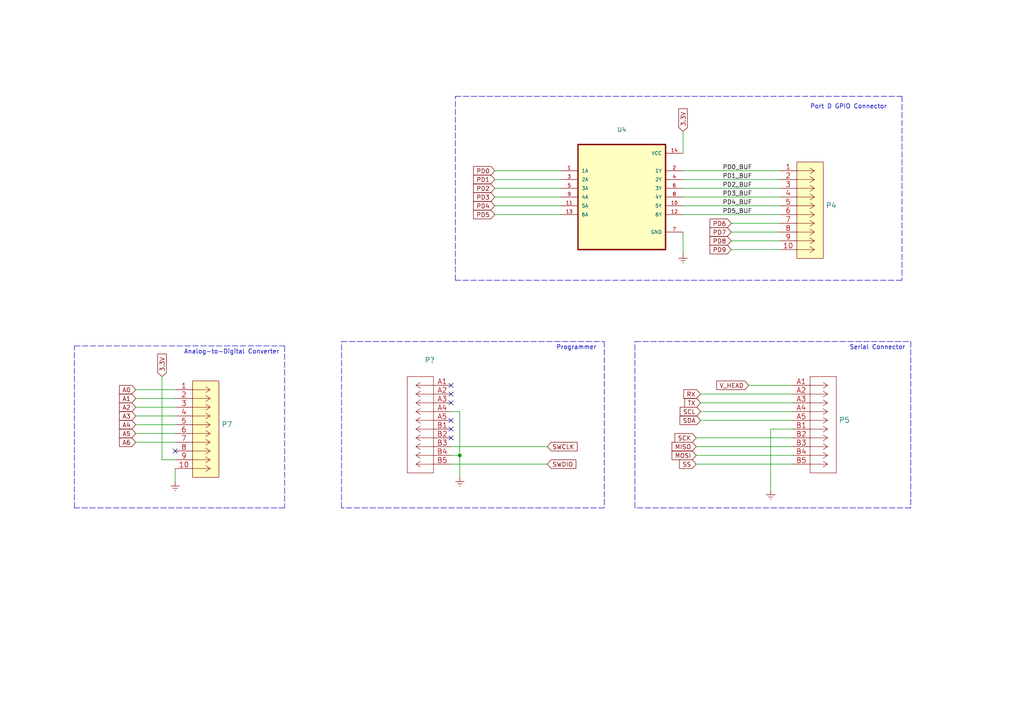
<source format=kicad_sch>
(kicad_sch (version 20211123) (generator eeschema)
  (paper "A4")
  (title_block (title "Liquid Engine Microcontroller Connectors") (date "2021-06-29") (rev "1.0") (company "Sun Devil Rocketry ") (comment 1 "Author: Colton Acosta"))
  (lib_symbols
    (symbol "Engine-Controller:0901471110" (pin_names (offset 0.254) hide)
      (property "Reference" "P" (at 8.89 6.35 0))
      (symbol "0901471110_0_1"
        (rectangle (start 5.08 2.54) (end 12.7 -25.4) (stroke (width 0.1524)) (fill (type background)))
      )
      (symbol "0901471110_1_1"
        (polyline (pts (xy 10.16 -22.86) (xy 5.08 -22.86)) (stroke (width 0.127)))
        (polyline (pts (xy 10.16 -22.86) (xy 8.89 -23.6982)) (stroke (width 0.127)))
        (polyline (pts (xy 10.16 -22.86) (xy 8.89 -22.0218)) (stroke (width 0.127)))
        (polyline (pts (xy 10.16 -20.32) (xy 5.08 -20.32)) (stroke (width 0.127)))
        (polyline (pts (xy 10.16 -20.32) (xy 8.89 -21.1582)) (stroke (width 0.127)))
        (polyline (pts (xy 10.16 -20.32) (xy 8.89 -19.4818)) (stroke (width 0.127)))
        (polyline (pts (xy 10.16 -17.78) (xy 5.08 -17.78)) (stroke (width 0.127)))
        (polyline (pts (xy 10.16 -17.78) (xy 8.89 -18.6182)) (stroke (width 0.127)))
        (polyline (pts (xy 10.16 -17.78) (xy 8.89 -16.9418)) (stroke (width 0.127)))
        (polyline (pts (xy 10.16 -15.24) (xy 5.08 -15.24)) (stroke (width 0.127)))
        (polyline (pts (xy 10.16 -15.24) (xy 8.89 -16.0782)) (stroke (width 0.127)))
        (polyline (pts (xy 10.16 -15.24) (xy 8.89 -14.4018)) (stroke (width 0.127)))
        (polyline (pts (xy 10.16 -12.7) (xy 5.08 -12.7)) (stroke (width 0.127)))
        (polyline (pts (xy 10.16 -12.7) (xy 8.89 -13.5382)) (stroke (width 0.127)))
        (polyline (pts (xy 10.16 -12.7) (xy 8.89 -11.8618)) (stroke (width 0.127)))
        (polyline (pts (xy 10.16 -10.16) (xy 5.08 -10.16)) (stroke (width 0.127)))
        (polyline (pts (xy 10.16 -10.16) (xy 8.89 -10.9982)) (stroke (width 0.127)))
        (polyline (pts (xy 10.16 -10.16) (xy 8.89 -9.3218)) (stroke (width 0.127)))
        (polyline (pts (xy 10.16 -7.62) (xy 5.08 -7.62)) (stroke (width 0.127)))
        (polyline (pts (xy 10.16 -7.62) (xy 8.89 -8.4582)) (stroke (width 0.127)))
        (polyline (pts (xy 10.16 -7.62) (xy 8.89 -6.7818)) (stroke (width 0.127)))
        (polyline (pts (xy 10.16 -5.08) (xy 5.08 -5.08)) (stroke (width 0.127)))
        (polyline (pts (xy 10.16 -5.08) (xy 8.89 -5.9182)) (stroke (width 0.127)))
        (polyline (pts (xy 10.16 -5.08) (xy 8.89 -4.2418)) (stroke (width 0.127)))
        (polyline (pts (xy 10.16 -2.54) (xy 5.08 -2.54)) (stroke (width 0.127)))
        (polyline (pts (xy 10.16 -2.54) (xy 8.89 -3.3782)) (stroke (width 0.127)))
        (polyline (pts (xy 10.16 -2.54) (xy 8.89 -1.7018)) (stroke (width 0.127)))
        (polyline (pts (xy 10.16 0) (xy 5.08 0)) (stroke (width 0.127)))
        (polyline (pts (xy 10.16 0) (xy 8.89 -0.8382)) (stroke (width 0.127)))
        (polyline (pts (xy 10.16 0) (xy 8.89 0.8382)) (stroke (width 0.127)))
        (pin passive line (at 0 0 0) (length 5.08) (name "1") (number "1"))
        (pin passive line (at 0 -22.86 0) (length 5.08) (name "10") (number "10"))
        (pin passive line (at 0 -2.54 0) (length 5.08) (name "2") (number "2"))
        (pin passive line (at 0 -5.08 0) (length 5.08) (name "3") (number "3"))
        (pin passive line (at 0 -7.62 0) (length 5.08) (name "4") (number "4"))
        (pin passive line (at 0 -10.16 0) (length 5.08) (name "5") (number "5"))
        (pin passive line (at 0 -12.7 0) (length 5.08) (name "6") (number "6"))
        (pin passive line (at 0 -15.24 0) (length 5.08) (name "7") (number "7"))
        (pin passive line (at 0 -17.78 0) (length 5.08) (name "8") (number "8"))
        (pin passive line (at 0 -20.32 0) (length 5.08) (name "9") (number "9"))
      )
    )
    (symbol "Flight-Computer-rescue:66953-005LF-Engine-Controller" (pin_names (offset 0.254) hide)
      (property "Reference" "P" (at 8.89 6.35 0))
      (property "Value" "66953-005LF-Engine-Controller" (at 5.08 -27.94 0))
      (symbol "66953-005LF-Engine-Controller_1_1"
        (polyline (pts (xy 5.08 -25.4) (xy 12.7 -25.4)) (stroke (width 0.127)))
        (polyline (pts (xy 5.08 2.54) (xy 5.08 -25.4)) (stroke (width 0.127)))
        (polyline (pts (xy 10.16 -22.86) (xy 5.08 -22.86)) (stroke (width 0.127)))
        (polyline (pts (xy 10.16 -22.86) (xy 8.89 -23.6982)) (stroke (width 0.127)))
        (polyline (pts (xy 10.16 -22.86) (xy 8.89 -22.0218)) (stroke (width 0.127)))
        (polyline (pts (xy 10.16 -20.32) (xy 5.08 -20.32)) (stroke (width 0.127)))
        (polyline (pts (xy 10.16 -20.32) (xy 8.89 -21.1582)) (stroke (width 0.127)))
        (polyline (pts (xy 10.16 -20.32) (xy 8.89 -19.4818)) (stroke (width 0.127)))
        (polyline (pts (xy 10.16 -17.78) (xy 5.08 -17.78)) (stroke (width 0.127)))
        (polyline (pts (xy 10.16 -17.78) (xy 8.89 -18.6182)) (stroke (width 0.127)))
        (polyline (pts (xy 10.16 -17.78) (xy 8.89 -16.9418)) (stroke (width 0.127)))
        (polyline (pts (xy 10.16 -15.24) (xy 5.08 -15.24)) (stroke (width 0.127)))
        (polyline (pts (xy 10.16 -15.24) (xy 8.89 -16.0782)) (stroke (width 0.127)))
        (polyline (pts (xy 10.16 -15.24) (xy 8.89 -14.4018)) (stroke (width 0.127)))
        (polyline (pts (xy 10.16 -12.7) (xy 5.08 -12.7)) (stroke (width 0.127)))
        (polyline (pts (xy 10.16 -12.7) (xy 8.89 -13.5382)) (stroke (width 0.127)))
        (polyline (pts (xy 10.16 -12.7) (xy 8.89 -11.8618)) (stroke (width 0.127)))
        (polyline (pts (xy 10.16 -10.16) (xy 5.08 -10.16)) (stroke (width 0.127)))
        (polyline (pts (xy 10.16 -10.16) (xy 8.89 -10.9982)) (stroke (width 0.127)))
        (polyline (pts (xy 10.16 -10.16) (xy 8.89 -9.3218)) (stroke (width 0.127)))
        (polyline (pts (xy 10.16 -7.62) (xy 5.08 -7.62)) (stroke (width 0.127)))
        (polyline (pts (xy 10.16 -7.62) (xy 8.89 -8.4582)) (stroke (width 0.127)))
        (polyline (pts (xy 10.16 -7.62) (xy 8.89 -6.7818)) (stroke (width 0.127)))
        (polyline (pts (xy 10.16 -5.08) (xy 5.08 -5.08)) (stroke (width 0.127)))
        (polyline (pts (xy 10.16 -5.08) (xy 8.89 -5.9182)) (stroke (width 0.127)))
        (polyline (pts (xy 10.16 -5.08) (xy 8.89 -4.2418)) (stroke (width 0.127)))
        (polyline (pts (xy 10.16 -2.54) (xy 5.08 -2.54)) (stroke (width 0.127)))
        (polyline (pts (xy 10.16 -2.54) (xy 8.89 -3.3782)) (stroke (width 0.127)))
        (polyline (pts (xy 10.16 -2.54) (xy 8.89 -1.7018)) (stroke (width 0.127)))
        (polyline (pts (xy 10.16 0) (xy 5.08 0)) (stroke (width 0.127)))
        (polyline (pts (xy 10.16 0) (xy 8.89 -0.8382)) (stroke (width 0.127)))
        (polyline (pts (xy 10.16 0) (xy 8.89 0.8382)) (stroke (width 0.127)))
        (polyline (pts (xy 12.7 -25.4) (xy 12.7 2.54)) (stroke (width 0.127)))
        (polyline (pts (xy 12.7 2.54) (xy 5.08 2.54)) (stroke (width 0.127)))
        (pin passive line (at 0 0 0) (length 5.08) (name "A1") (number "A1"))
        (pin passive line (at 0 -2.54 0) (length 5.08) (name "A2") (number "A2"))
        (pin passive line (at 0 -5.08 0) (length 5.08) (name "A3") (number "A3"))
        (pin passive line (at 0 -7.62 0) (length 5.08) (name "A4") (number "A4"))
        (pin passive line (at 0 -10.16 0) (length 5.08) (name "A5") (number "A5"))
        (pin passive line (at 0 -12.7 0) (length 5.08) (name "B1") (number "B1"))
        (pin passive line (at 0 -15.24 0) (length 5.08) (name "B2") (number "B2"))
        (pin passive line (at 0 -17.78 0) (length 5.08) (name "B3") (number "B3"))
        (pin passive line (at 0 -20.32 0) (length 5.08) (name "B4") (number "B4"))
        (pin passive line (at 0 -22.86 0) (length 5.08) (name "B5") (number "B5"))
      )
    )
    (symbol "Flight-Computer-rescue:Earth-power" (power) (pin_names (offset 0))
      (symbol "Earth-power_0_1"
        (polyline (pts (xy -0.635 -1.905) (xy 0.635 -1.905)))
        (polyline (pts (xy -0.127 -2.54) (xy 0.127 -2.54)))
        (polyline (pts (xy 0 -1.27) (xy 0 0)))
        (polyline (pts (xy 1.27 -1.27) (xy -1.27 -1.27)))
      )
      (symbol "Earth-power_1_1"
        (pin power_in line (at 0 0 270) (length 0) hide (name "Earth") (number "1"))
      )
    )
    (symbol "Flight-Computer-rescue:SBH11-PBPC-D05-RA-BK-Engine-Controller" (pin_names (offset 0.254) hide)
      (property "Reference" "P" (at 8.89 6.35 0))
      (property "Value" "SBH11-PBPC-D05-RA-BK-Engine-Controller" (at 5.08 -27.94 0))
      (symbol "SBH11-PBPC-D05-RA-BK-Engine-Controller_1_1"
        (polyline (pts (xy 5.08 -25.4) (xy 12.7 -25.4)) (stroke (width 0.127)))
        (polyline (pts (xy 5.08 2.54) (xy 5.08 -25.4)) (stroke (width 0.127)))
        (polyline (pts (xy 10.16 -22.86) (xy 5.08 -22.86)) (stroke (width 0.127)))
        (polyline (pts (xy 10.16 -22.86) (xy 8.89 -23.6982)) (stroke (width 0.127)))
        (polyline (pts (xy 10.16 -22.86) (xy 8.89 -22.0218)) (stroke (width 0.127)))
        (polyline (pts (xy 10.16 -20.32) (xy 5.08 -20.32)) (stroke (width 0.127)))
        (polyline (pts (xy 10.16 -20.32) (xy 8.89 -21.1582)) (stroke (width 0.127)))
        (polyline (pts (xy 10.16 -20.32) (xy 8.89 -19.4818)) (stroke (width 0.127)))
        (polyline (pts (xy 10.16 -17.78) (xy 5.08 -17.78)) (stroke (width 0.127)))
        (polyline (pts (xy 10.16 -17.78) (xy 8.89 -18.6182)) (stroke (width 0.127)))
        (polyline (pts (xy 10.16 -17.78) (xy 8.89 -16.9418)) (stroke (width 0.127)))
        (polyline (pts (xy 10.16 -15.24) (xy 5.08 -15.24)) (stroke (width 0.127)))
        (polyline (pts (xy 10.16 -15.24) (xy 8.89 -16.0782)) (stroke (width 0.127)))
        (polyline (pts (xy 10.16 -15.24) (xy 8.89 -14.4018)) (stroke (width 0.127)))
        (polyline (pts (xy 10.16 -12.7) (xy 5.08 -12.7)) (stroke (width 0.127)))
        (polyline (pts (xy 10.16 -12.7) (xy 8.89 -13.5382)) (stroke (width 0.127)))
        (polyline (pts (xy 10.16 -12.7) (xy 8.89 -11.8618)) (stroke (width 0.127)))
        (polyline (pts (xy 10.16 -10.16) (xy 5.08 -10.16)) (stroke (width 0.127)))
        (polyline (pts (xy 10.16 -10.16) (xy 8.89 -10.9982)) (stroke (width 0.127)))
        (polyline (pts (xy 10.16 -10.16) (xy 8.89 -9.3218)) (stroke (width 0.127)))
        (polyline (pts (xy 10.16 -7.62) (xy 5.08 -7.62)) (stroke (width 0.127)))
        (polyline (pts (xy 10.16 -7.62) (xy 8.89 -8.4582)) (stroke (width 0.127)))
        (polyline (pts (xy 10.16 -7.62) (xy 8.89 -6.7818)) (stroke (width 0.127)))
        (polyline (pts (xy 10.16 -5.08) (xy 5.08 -5.08)) (stroke (width 0.127)))
        (polyline (pts (xy 10.16 -5.08) (xy 8.89 -5.9182)) (stroke (width 0.127)))
        (polyline (pts (xy 10.16 -5.08) (xy 8.89 -4.2418)) (stroke (width 0.127)))
        (polyline (pts (xy 10.16 -2.54) (xy 5.08 -2.54)) (stroke (width 0.127)))
        (polyline (pts (xy 10.16 -2.54) (xy 8.89 -3.3782)) (stroke (width 0.127)))
        (polyline (pts (xy 10.16 -2.54) (xy 8.89 -1.7018)) (stroke (width 0.127)))
        (polyline (pts (xy 10.16 0) (xy 5.08 0)) (stroke (width 0.127)))
        (polyline (pts (xy 10.16 0) (xy 8.89 -0.8382)) (stroke (width 0.127)))
        (polyline (pts (xy 10.16 0) (xy 8.89 0.8382)) (stroke (width 0.127)))
        (polyline (pts (xy 12.7 -25.4) (xy 12.7 2.54)) (stroke (width 0.127)))
        (polyline (pts (xy 12.7 2.54) (xy 5.08 2.54)) (stroke (width 0.127)))
        (pin passive line (at 0 0 0) (length 5.08) (name "A1") (number "A1"))
        (pin passive line (at 0 -2.54 0) (length 5.08) (name "A2") (number "A2"))
        (pin passive line (at 0 -5.08 0) (length 5.08) (name "A3") (number "A3"))
        (pin passive line (at 0 -7.62 0) (length 5.08) (name "A4") (number "A4"))
        (pin passive line (at 0 -10.16 0) (length 5.08) (name "A5") (number "A5"))
        (pin passive line (at 0 -12.7 0) (length 5.08) (name "B1") (number "B1"))
        (pin passive line (at 0 -15.24 0) (length 5.08) (name "B2") (number "B2"))
        (pin passive line (at 0 -17.78 0) (length 5.08) (name "B3") (number "B3"))
        (pin passive line (at 0 -20.32 0) (length 5.08) (name "B4") (number "B4"))
        (pin passive line (at 0 -22.86 0) (length 5.08) (name "B5") (number "B5"))
      )
    )
    (symbol "Flight-Computer-rescue:SN74LV07ADR-Engine-Controller" (pin_names (offset 1.016))
      (property "Reference" "U" (at -2.54 16.51 0))
      (property "Value" "SN74LV07ADR-Engine-Controller" (at -6.35 -19.05 0))
      (symbol "SN74LV07ADR-Engine-Controller_0_0"
        (rectangle (start -12.7 -15.24) (end 12.7 15.24) (stroke (width 0.4064)) (fill (type background)))
        (pin input line (at -17.78 7.62 0) (length 5.08) (name "1A") (number "1"))
        (pin output line (at 17.78 -2.54 180) (length 5.08) (name "5Y") (number "10"))
        (pin input line (at -17.78 -2.54 0) (length 5.08) (name "5A") (number "11"))
        (pin output line (at 17.78 -5.08 180) (length 5.08) (name "6Y") (number "12"))
        (pin input line (at -17.78 -5.08 0) (length 5.08) (name "6A") (number "13"))
        (pin power_in line (at 17.78 12.7 180) (length 5.08) (name "VCC") (number "14"))
        (pin output line (at 17.78 7.62 180) (length 5.08) (name "1Y") (number "2"))
        (pin input line (at -17.78 5.08 0) (length 5.08) (name "2A") (number "3"))
        (pin output line (at 17.78 5.08 180) (length 5.08) (name "2Y") (number "4"))
        (pin input line (at -17.78 2.54 0) (length 5.08) (name "3A") (number "5"))
        (pin output line (at 17.78 2.54 180) (length 5.08) (name "3Y") (number "6"))
        (pin power_in line (at 17.78 -10.16 180) (length 5.08) (name "GND") (number "7"))
        (pin output line (at 17.78 0 180) (length 5.08) (name "4Y") (number "8"))
        (pin input line (at -17.78 0 0) (length 5.08) (name "4A") (number "9"))
      )
    )
  )
  (junction (at 133.35 132.08))
  (no_connect (at 130.81 114.3))
  (no_connect (at 130.81 127))
  (no_connect (at 50.8 130.81))
  (no_connect (at 130.81 124.46))
  (no_connect (at 130.81 116.84))
  (no_connect (at 130.81 111.76))
  (no_connect (at 130.81 121.92))
  (wire (pts (xy 229.87 132.08) (xy 201.93 132.08)))
  (wire (pts (xy 198.12 54.61) (xy 226.06 54.61)))
  (wire (pts (xy 39.37 128.27) (xy 50.8 128.27)))
  (wire (pts (xy 143.51 62.23) (xy 162.56 62.23)))
  (wire (pts (xy 198.12 38.1) (xy 198.12 44.45)))
  (wire (pts (xy 39.37 113.03) (xy 50.8 113.03)))
  (wire (pts (xy 223.52 124.46) (xy 223.52 142.24)))
  (wire (pts (xy 229.87 119.38) (xy 203.2 119.38)))
  (wire (pts (xy 143.51 57.15) (xy 162.56 57.15)))
  (polyline (pts (xy 82.55 100.33) (xy 82.55 147.32)))
  (wire (pts (xy 212.09 69.85) (xy 226.06 69.85)))
  (wire (pts (xy 143.51 52.07) (xy 162.56 52.07)))
  (wire (pts (xy 229.87 124.46) (xy 223.52 124.46)))
  (polyline (pts (xy 264.16 147.32) (xy 184.15 147.32)))
  (wire (pts (xy 39.37 120.65) (xy 50.8 120.65)))
  (wire (pts (xy 217.17 111.76) (xy 229.87 111.76)))
  (wire (pts (xy 130.81 129.54) (xy 158.75 129.54)))
  (wire (pts (xy 39.37 118.11) (xy 50.8 118.11)))
  (wire (pts (xy 133.35 119.38) (xy 133.35 132.08)))
  (wire (pts (xy 229.87 134.62) (xy 201.93 134.62)))
  (polyline (pts (xy 132.08 81.28) (xy 132.08 27.94)))
  (wire (pts (xy 198.12 62.23) (xy 226.06 62.23)))
  (wire (pts (xy 143.51 49.53) (xy 162.56 49.53)))
  (polyline (pts (xy 184.15 147.32) (xy 184.15 99.06)))
  (polyline (pts (xy 99.06 147.32) (xy 99.06 99.06)))
  (wire (pts (xy 229.87 127) (xy 201.93 127)))
  (wire (pts (xy 198.12 59.69) (xy 226.06 59.69)))
  (wire (pts (xy 50.8 135.89) (xy 50.8 139.7)))
  (wire (pts (xy 46.99 133.35) (xy 46.99 109.22)))
  (wire (pts (xy 212.09 67.31) (xy 226.06 67.31)))
  (wire (pts (xy 203.2 114.3) (xy 229.87 114.3)))
  (wire (pts (xy 198.12 49.53) (xy 226.06 49.53)))
  (wire (pts (xy 50.8 133.35) (xy 46.99 133.35)))
  (polyline (pts (xy 99.06 99.06) (xy 175.26 99.06)))
  (polyline (pts (xy 175.26 147.32) (xy 99.06 147.32)))
  (wire (pts (xy 39.37 125.73) (xy 50.8 125.73)))
  (polyline (pts (xy 264.16 99.06) (xy 264.16 147.32)))
  (polyline (pts (xy 82.55 147.32) (xy 21.59 147.32)))
  (polyline (pts (xy 175.26 99.06) (xy 175.26 147.32)))
  (wire (pts (xy 212.09 72.39) (xy 226.06 72.39)))
  (wire (pts (xy 212.09 64.77) (xy 226.06 64.77)))
  (polyline (pts (xy 21.59 147.32) (xy 21.59 100.33)))
  (wire (pts (xy 229.87 129.54) (xy 201.93 129.54)))
  (wire (pts (xy 130.81 119.38) (xy 133.35 119.38)))
  (wire (pts (xy 158.75 134.62) (xy 130.81 134.62)))
  (wire (pts (xy 198.12 57.15) (xy 226.06 57.15)))
  (polyline (pts (xy 261.62 27.94) (xy 261.62 81.28)))
  (wire (pts (xy 229.87 121.92) (xy 203.2 121.92)))
  (wire (pts (xy 143.51 54.61) (xy 162.56 54.61)))
  (wire (pts (xy 143.51 59.69) (xy 162.56 59.69)))
  (wire (pts (xy 198.12 52.07) (xy 226.06 52.07)))
  (wire (pts (xy 198.12 67.31) (xy 198.12 73.66)))
  (wire (pts (xy 133.35 132.08) (xy 133.35 138.43)))
  (wire (pts (xy 203.2 116.84) (xy 229.87 116.84)))
  (wire (pts (xy 39.37 115.57) (xy 50.8 115.57)))
  (polyline (pts (xy 21.59 100.33) (xy 82.55 100.33)))
  (wire (pts (xy 39.37 123.19) (xy 50.8 123.19)))
  (wire (pts (xy 130.81 132.08) (xy 133.35 132.08)))
  (polyline (pts (xy 261.62 81.28) (xy 132.08 81.28)))
  (polyline (pts (xy 132.08 27.94) (xy 261.62 27.94)))
  (polyline (pts (xy 184.15 99.06) (xy 264.16 99.06)))
  (text "Port D GPIO Connector\n" (at 234.95 31.75 0) (effects (font (size 1.27 1.27)) (justify left bottom)))
  (text "Programmer\n" (at 161.29 101.6 0) (effects (font (size 1.27 1.27)) (justify left bottom)))
  (text "Analog-to-Digital Converter\n" (at 53.34 102.87 0) (effects (font (size 1.27 1.27)) (justify left bottom)))
  (text "Serial Connector" (at 246.38 101.6 0) (effects (font (size 1.27 1.27)) (justify left bottom)))
  (label "PD0_BUF" (at 209.55 49.53 0))
  (label "PD4_BUF" (at 209.55 59.69 0))
  (label "PD2_BUF" (at 209.55 54.61 0))
  (label "PD1_BUF" (at 209.55 52.07 0))
  (label "PD5_BUF" (at 209.55 62.23 0))
  (label "PD3_BUF" (at 209.55 57.15 0))
  (global_label "MOSI" (shape input) (at 201.93 132.08 180) (property "Intersheet References" "${INTERSHEET_REFS}" (effects hide)))
  (global_label "SCK" (shape input) (at 201.93 127 180) (property "Intersheet References" "${INTERSHEET_REFS}" (effects hide)))
  (global_label "RX" (shape input) (at 203.2 114.3 180) (property "Intersheet References" "${INTERSHEET_REFS}" (effects hide)))
  (global_label "PD9" (shape input) (at 212.09 72.39 180) (property "Intersheet References" "${INTERSHEET_REFS}" (effects hide)))
  (global_label "PD2" (shape input) (at 143.51 54.61 180) (property "Intersheet References" "${INTERSHEET_REFS}" (effects hide)))
  (global_label "MISO" (shape input) (at 201.93 129.54 180) (property "Intersheet References" "${INTERSHEET_REFS}" (effects hide)))
  (global_label "PD0" (shape input) (at 143.51 49.53 180) (property "Intersheet References" "${INTERSHEET_REFS}" (effects hide)))
  (global_label "PD4" (shape input) (at 143.51 59.69 180) (property "Intersheet References" "${INTERSHEET_REFS}" (effects hide)))
  (global_label "A2" (shape input) (at 39.37 118.11 180) (property "Intersheet References" "${INTERSHEET_REFS}" (effects hide)))
  (global_label "PD5" (shape input) (at 143.51 62.23 180) (property "Intersheet References" "${INTERSHEET_REFS}" (effects hide)))
  (global_label "V_HEAD" (shape input) (at 217.17 111.76 180) (property "Intersheet References" "${INTERSHEET_REFS}" (effects hide)))
  (global_label "A5" (shape input) (at 39.37 125.73 180) (property "Intersheet References" "${INTERSHEET_REFS}" (effects hide)))
  (global_label "3.3V" (shape input) (at 198.12 38.1 90) (property "Intersheet References" "${INTERSHEET_REFS}" (effects hide)))
  (global_label "PD6" (shape input) (at 212.09 64.77 180) (property "Intersheet References" "${INTERSHEET_REFS}" (effects hide)))
  (global_label "PD8" (shape input) (at 212.09 69.85 180) (property "Intersheet References" "${INTERSHEET_REFS}" (effects hide)))
  (global_label "SWCLK" (shape input) (at 158.75 129.54 0) (property "Intersheet References" "${INTERSHEET_REFS}" (effects hide)))
  (global_label "PD3" (shape input) (at 143.51 57.15 180) (property "Intersheet References" "${INTERSHEET_REFS}" (effects hide)))
  (global_label "TX" (shape input) (at 203.2 116.84 180) (property "Intersheet References" "${INTERSHEET_REFS}" (effects hide)))
  (global_label "PD7" (shape input) (at 212.09 67.31 180) (property "Intersheet References" "${INTERSHEET_REFS}" (effects hide)))
  (global_label "A4" (shape input) (at 39.37 123.19 180) (property "Intersheet References" "${INTERSHEET_REFS}" (effects hide)))
  (global_label "PD1" (shape input) (at 143.51 52.07 180) (property "Intersheet References" "${INTERSHEET_REFS}" (effects hide)))
  (global_label "A0" (shape input) (at 39.37 113.03 180) (property "Intersheet References" "${INTERSHEET_REFS}" (effects hide)))
  (global_label "3.3V" (shape input) (at 46.99 109.22 90) (property "Intersheet References" "${INTERSHEET_REFS}" (effects hide)))
  (global_label "A6" (shape input) (at 39.37 128.27 180) (property "Intersheet References" "${INTERSHEET_REFS}" (effects hide)))
  (global_label "A3" (shape input) (at 39.37 120.65 180) (property "Intersheet References" "${INTERSHEET_REFS}" (effects hide)))
  (global_label "SDA" (shape input) (at 203.2 121.92 180) (property "Intersheet References" "${INTERSHEET_REFS}" (effects hide)))
  (global_label "SCL" (shape input) (at 203.2 119.38 180) (property "Intersheet References" "${INTERSHEET_REFS}" (effects hide)))
  (global_label "SWDIO" (shape input) (at 158.75 134.62 0) (property "Intersheet References" "${INTERSHEET_REFS}" (effects hide)))
  (global_label "SS" (shape input) (at 201.93 134.62 180) (property "Intersheet References" "${INTERSHEET_REFS}" (effects hide)))
  (global_label "A1" (shape input) (at 39.37 115.57 180) (property "Intersheet References" "${INTERSHEET_REFS}" (effects hide)))
  (symbol (lib_id "Flight-Computer-rescue:Earth-power") (at 223.52 142.24 0) (unit 1)
    (property "Reference" "#PWR0112" (effects hide))
  )
  (symbol (lib_id "Engine-Controller:0901471110") (at 226.06 49.53 0) (unit 1)
    (property "Reference" "P4" (at 239.4712 59.6138 0) (effects (font (size 1.524 1.524)) (justify left)))
  )
  (symbol (lib_id "Flight-Computer-rescue:66953-005LF-Engine-Controller") (at 229.87 111.76 0) (unit 1)
    (property "Reference" "P5" (at 243.2812 121.8438 0) (effects (font (size 1.524 1.524)) (justify left)))
  )
  (symbol (lib_id "Flight-Computer-rescue:SN74LV07ADR-Engine-Controller") (at 180.34 57.15 0) (unit 1)
    (property "Reference" "U4" (at 180.34 37.592 0))
  )
  (symbol (lib_id "Flight-Computer-rescue:Earth-power") (at 198.12 73.66 0) (unit 1)
    (property "Reference" "#PWR02" (effects hide))
  )
  (symbol (lib_id "Flight-Computer-rescue:Earth-power") (at 133.35 138.43 0) (unit 1)
    (property "Reference" "#PWR?" (effects hide))
  )
  (symbol (lib_id "Flight-Computer-rescue:SBH11-PBPC-D05-RA-BK-Engine-Controller") (at 130.81 111.76 0) (mirror y) (unit 1)
    (property "Reference" "P?" (at 124.6632 104.4702 0) (effects (font (size 1.524 1.524))))
  )
  (symbol (lib_id "Engine-Controller:0901471110") (at 50.8 113.03 0) (unit 1)
    (property "Reference" "P7" (at 64.2112 123.1138 0) (effects (font (size 1.524 1.524)) (justify left)))
  )
  (symbol (lib_id "Flight-Computer-rescue:Earth-power") (at 50.8 139.7 0) (unit 1)
    (property "Reference" "#PWR07" (effects hide))
  )
)
</source>
